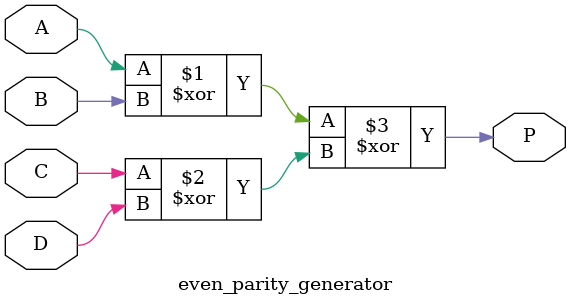
<source format=v>
`timescale 1ns / 1ps

module even_parity_generator(A, B, C, D, P);
    input A, B, C, D;
    output P;

    assign P = ((A^B)^(C^D));
endmodule

</source>
